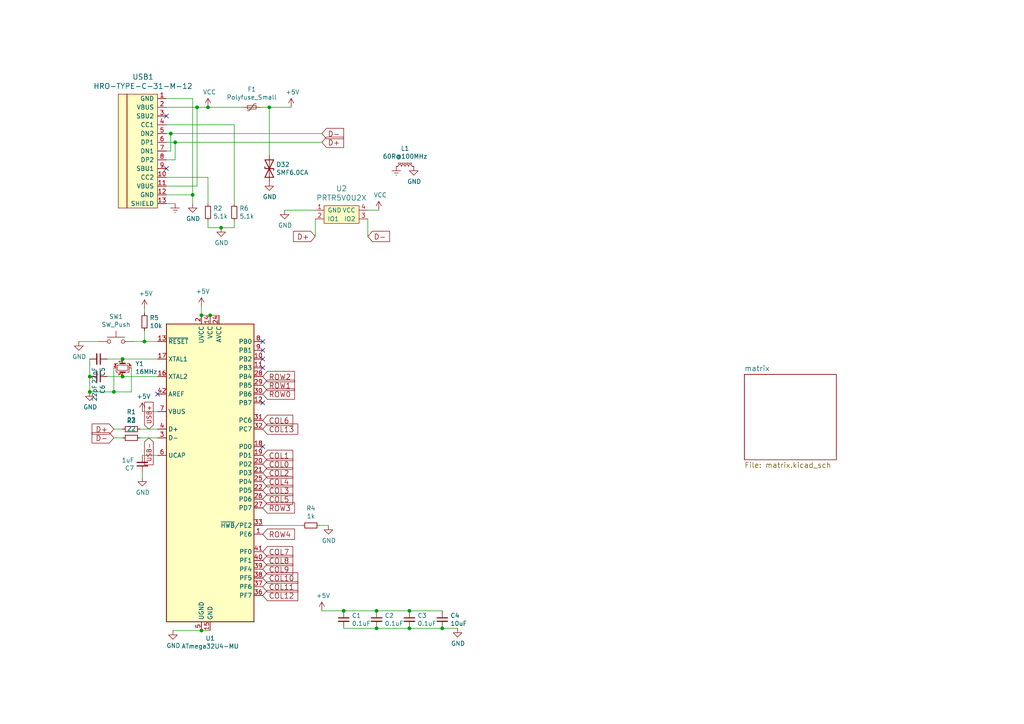
<source format=kicad_sch>
(kicad_sch (version 20230121) (generator eeschema)
  (paper "A4")
  (lib_symbols
    (symbol "Device:C_Small" (pin_numbers hide) (pin_names (offset 0.254) hide)
      (property "Reference" "C" (at 0.254 1.778 0))
      (property "Value" "C_Small" (at 0.254 -2.032 0))
      (symbol "C_Small_0_1"
        (polyline (pts (xy -1.524 -0.508) (xy 1.524 -0.508)) (stroke (width 0.3302)))
        (polyline (pts (xy -1.524 0.508) (xy 1.524 0.508)) (stroke (width 0.3048)))
      )
      (symbol "C_Small_1_1"
        (pin passive line (at 0 2.54 270) (length 2.032) (name "~") (number "1"))
        (pin passive line (at 0 -2.54 90) (length 2.032) (name "~") (number "2"))
      )
    )
    (symbol "Device:Crystal_GND24_Small" (pin_names (offset 1.016) hide)
      (property "Reference" "Y" (at 1.27 4.445 0))
      (property "Value" "Crystal_GND24_Small" (at 1.27 2.54 0))
      (symbol "Crystal_GND24_Small_0_1"
        (rectangle (start -0.762 -1.524) (end 0.762 1.524))
        (polyline (pts (xy -1.27 -0.762) (xy -1.27 0.762)) (stroke (width 0.381)))
        (polyline (pts (xy 1.27 -0.762) (xy 1.27 0.762)) (stroke (width 0.381)))
        (polyline (pts (xy -1.27 -1.27) (xy -1.27 -1.905) (xy 1.27 -1.905) (xy 1.27 -1.27)))
        (polyline (pts (xy -1.27 1.27) (xy -1.27 1.905) (xy 1.27 1.905) (xy 1.27 1.27)))
      )
      (symbol "Crystal_GND24_Small_1_1"
        (pin passive line (at -2.54 0 0) (length 1.27) (name "1") (number "1"))
        (pin passive line (at 0 -2.54 90) (length 0.635) (name "2") (number "2"))
        (pin passive line (at 2.54 0 180) (length 1.27) (name "3") (number "3"))
        (pin passive line (at 0 2.54 270) (length 0.635) (name "4") (number "4"))
      )
    )
    (symbol "Device:D_TVS" (pin_numbers hide) (pin_names (offset 1.016) hide)
      (property "Reference" "D" (at 0 2.54 0))
      (property "Value" "D_TVS" (at 0 -2.54 0))
      (symbol "D_TVS_0_1"
        (polyline (pts (xy 1.27 0) (xy -1.27 0)))
        (polyline (pts (xy 0.508 1.27) (xy 0 1.27) (xy 0 -1.27) (xy -0.508 -1.27)) (stroke (width 0.254)))
        (polyline (pts (xy -2.54 1.27) (xy -2.54 -1.27) (xy 2.54 1.27) (xy 2.54 -1.27) (xy -2.54 1.27)) (stroke (width 0.254)))
      )
      (symbol "D_TVS_1_1"
        (pin passive line (at -3.81 0 0) (length 2.54) (name "A1") (number "1"))
        (pin passive line (at 3.81 0 180) (length 2.54) (name "A2") (number "2"))
      )
    )
    (symbol "Device:Polyfuse_Small" (pin_numbers hide) (pin_names (offset 0))
      (property "Reference" "F" (at -1.905 0 90))
      (property "Value" "Polyfuse_Small" (at 1.905 0 90))
      (symbol "Polyfuse_Small_0_1"
        (rectangle (start -0.508 1.27) (end 0.508 -1.27))
        (polyline (pts (xy 0 2.54) (xy 0 -2.54)))
        (polyline (pts (xy -1.016 1.27) (xy -1.016 0.762) (xy 1.016 -0.762) (xy 1.016 -1.27)))
      )
      (symbol "Polyfuse_Small_1_1"
        (pin passive line (at 0 2.54 270) (length 0.635) (name "~") (number "1"))
        (pin passive line (at 0 -2.54 90) (length 0.635) (name "~") (number "2"))
      )
    )
    (symbol "Device:R_Small" (pin_numbers hide) (pin_names (offset 0.254) hide)
      (property "Reference" "R" (at 0.762 0.508 0))
      (property "Value" "R_Small" (at 0.762 -1.016 0))
      (symbol "R_Small_0_1"
        (rectangle (start -0.762 1.778) (end 0.762 -1.778) (stroke (width 0.2032)))
      )
      (symbol "R_Small_1_1"
        (pin passive line (at 0 2.54 270) (length 0.762) (name "~") (number "1"))
        (pin passive line (at 0 -2.54 90) (length 0.762) (name "~") (number "2"))
      )
    )
    (symbol "JP60-rescue:ATmega32U4-MU-MCU_Microchip_ATmega"
      (property "Reference" "U" (at -12.7 44.45 0))
      (property "Value" "ATmega32U4-MU-MCU_Microchip_ATmega" (at 2.54 -44.45 0))
      (symbol "ATmega32U4-MU-MCU_Microchip_ATmega_0_1"
        (rectangle (start -12.7 -43.18) (end 12.7 43.18) (stroke (width 0.254)) (fill (type background)))
      )
      (symbol "ATmega32U4-MU-MCU_Microchip_ATmega_1_1"
        (pin tri_state line (at 15.24 -17.78 180) (length 2.54) (name "PE6") (number "1"))
        (pin tri_state line (at 15.24 33.02 180) (length 2.54) (name "PB2") (number "10"))
        (pin tri_state line (at 15.24 30.48 180) (length 2.54) (name "PB3") (number "11"))
        (pin tri_state line (at 15.24 20.32 180) (length 2.54) (name "PB7") (number "12"))
        (pin input line (at -15.24 38.1 0) (length 2.54) (name "~{RESET}") (number "13"))
        (pin power_in line (at 0 45.72 270) (length 2.54) (name "VCC") (number "14"))
        (pin power_in line (at 0 -45.72 90) (length 2.54) (name "GND") (number "15"))
        (pin output line (at -15.24 27.94 0) (length 2.54) (name "XTAL2") (number "16"))
        (pin input line (at -15.24 33.02 0) (length 2.54) (name "XTAL1") (number "17"))
        (pin tri_state line (at 15.24 7.62 180) (length 2.54) (name "PD0") (number "18"))
        (pin tri_state line (at 15.24 5.08 180) (length 2.54) (name "PD1") (number "19"))
        (pin power_in line (at -2.54 45.72 270) (length 2.54) (name "UVCC") (number "2"))
        (pin tri_state line (at 15.24 2.54 180) (length 2.54) (name "PD2") (number "20"))
        (pin tri_state line (at 15.24 0 180) (length 2.54) (name "PD3") (number "21"))
        (pin tri_state line (at 15.24 -5.08 180) (length 2.54) (name "PD5") (number "22"))
        (pin passive line (at 0 -45.72 90) (length 2.54) hide (name "GND") (number "23"))
        (pin power_in line (at 2.54 45.72 270) (length 2.54) (name "AVCC") (number "24"))
        (pin tri_state line (at 15.24 -2.54 180) (length 2.54) (name "PD4") (number "25"))
        (pin tri_state line (at 15.24 -7.62 180) (length 2.54) (name "PD6") (number "26"))
        (pin tri_state line (at 15.24 -10.16 180) (length 2.54) (name "PD7") (number "27"))
        (pin tri_state line (at 15.24 27.94 180) (length 2.54) (name "PB4") (number "28"))
        (pin tri_state line (at 15.24 25.4 180) (length 2.54) (name "PB5") (number "29"))
        (pin bidirectional line (at -15.24 10.16 0) (length 2.54) (name "D-") (number "3"))
        (pin tri_state line (at 15.24 22.86 180) (length 2.54) (name "PB6") (number "30"))
        (pin tri_state line (at 15.24 15.24 180) (length 2.54) (name "PC6") (number "31"))
        (pin tri_state line (at 15.24 12.7 180) (length 2.54) (name "PC7") (number "32"))
        (pin tri_state line (at 15.24 -15.24 180) (length 2.54) (name "~{HWB}/PE2") (number "33"))
        (pin passive line (at 0 45.72 270) (length 2.54) hide (name "VCC") (number "34"))
        (pin passive line (at 0 -45.72 90) (length 2.54) hide (name "GND") (number "35"))
        (pin tri_state line (at 15.24 -35.56 180) (length 2.54) (name "PF7") (number "36"))
        (pin tri_state line (at 15.24 -33.02 180) (length 2.54) (name "PF6") (number "37"))
        (pin tri_state line (at 15.24 -30.48 180) (length 2.54) (name "PF5") (number "38"))
        (pin tri_state line (at 15.24 -27.94 180) (length 2.54) (name "PF4") (number "39"))
        (pin bidirectional line (at -15.24 12.7 0) (length 2.54) (name "D+") (number "4"))
        (pin tri_state line (at 15.24 -25.4 180) (length 2.54) (name "PF1") (number "40"))
        (pin tri_state line (at 15.24 -22.86 180) (length 2.54) (name "PF0") (number "41"))
        (pin passive line (at -15.24 22.86 0) (length 2.54) (name "AREF") (number "42"))
        (pin passive line (at 0 -45.72 90) (length 2.54) hide (name "GND") (number "43"))
        (pin passive line (at 2.54 45.72 270) (length 2.54) hide (name "AVCC") (number "44"))
        (pin passive line (at 0 -45.72 90) (length 2.54) hide (name "GND") (number "45"))
        (pin passive line (at -2.54 -45.72 90) (length 2.54) (name "UGND") (number "5"))
        (pin passive line (at -15.24 5.08 0) (length 2.54) (name "UCAP") (number "6"))
        (pin input line (at -15.24 17.78 0) (length 2.54) (name "VBUS") (number "7"))
        (pin tri_state line (at 15.24 38.1 180) (length 2.54) (name "PB0") (number "8"))
        (pin tri_state line (at 15.24 35.56 180) (length 2.54) (name "PB1") (number "9"))
      )
    )
    (symbol "JP60-rescue:HRO-TYPE-C-31-M-12-Type-C" (pin_names (offset 1.016))
      (property "Reference" "USB" (at -5.08 16.51 0))
      (property "Value" "HRO-TYPE-C-31-M-12-Type-C" (at -10.16 -1.27 90))
      (symbol "HRO-TYPE-C-31-M-12-Type-C_0_1"
        (rectangle (start -11.43 15.24) (end -8.89 -17.78) (fill (type background)))
        (rectangle (start 0 -17.78) (end -8.89 15.24) (fill (type background)))
      )
      (symbol "HRO-TYPE-C-31-M-12-Type-C_1_1"
        (pin input line (at 2.54 13.97 180) (length 2.54) (name "GND") (number "1"))
        (pin input line (at 2.54 -8.89 180) (length 2.54) (name "CC2") (number "10"))
        (pin input line (at 2.54 -11.43 180) (length 2.54) (name "VBUS") (number "11"))
        (pin input line (at 2.54 -13.97 180) (length 2.54) (name "GND") (number "12"))
        (pin input line (at 2.54 -16.51 180) (length 2.54) (name "SHIELD") (number "13"))
        (pin input line (at 2.54 11.43 180) (length 2.54) (name "VBUS") (number "2"))
        (pin input line (at 2.54 8.89 180) (length 2.54) (name "SBU2") (number "3"))
        (pin input line (at 2.54 6.35 180) (length 2.54) (name "CC1") (number "4"))
        (pin input line (at 2.54 3.81 180) (length 2.54) (name "DN2") (number "5"))
        (pin input line (at 2.54 1.27 180) (length 2.54) (name "DP1") (number "6"))
        (pin input line (at 2.54 -1.27 180) (length 2.54) (name "DN1") (number "7"))
        (pin input line (at 2.54 -3.81 180) (length 2.54) (name "DP2") (number "8"))
        (pin input line (at 2.54 -6.35 180) (length 2.54) (name "SBU1") (number "9"))
      )
    )
    (symbol "JP60-rescue:L_Core_Ferrite_Small-Device" (pin_numbers hide) (pin_names (offset 0.254) hide)
      (property "Reference" "L" (at 1.27 1.016 0))
      (property "Value" "Device_L_Core_Ferrite_Small" (at 1.27 -1.27 0))
      (symbol "L_Core_Ferrite_Small-Device_0_1"
        (arc (start 0 -2.032) (mid 0.5058 -1.524) (end 0 -1.016))
        (arc (start 0 -1.016) (mid 0.5058 -0.508) (end 0 0))
        (polyline (pts (xy 0.762 -1.905) (xy 0.762 -1.651)))
        (polyline (pts (xy 0.762 -1.397) (xy 0.762 -1.143)))
        (polyline (pts (xy 0.762 -0.889) (xy 0.762 -0.635)))
        (polyline (pts (xy 0.762 -0.381) (xy 0.762 -0.127)))
        (polyline (pts (xy 0.762 0.127) (xy 0.762 0.381)))
        (polyline (pts (xy 0.762 0.635) (xy 0.762 0.889)))
        (polyline (pts (xy 0.762 1.143) (xy 0.762 1.397)))
        (polyline (pts (xy 0.762 1.651) (xy 0.762 1.905)))
        (polyline (pts (xy 1.016 -1.651) (xy 1.016 -1.905)))
        (polyline (pts (xy 1.016 -1.143) (xy 1.016 -1.397)))
        (polyline (pts (xy 1.016 -0.635) (xy 1.016 -0.889)))
        (polyline (pts (xy 1.016 -0.127) (xy 1.016 -0.381)))
        (polyline (pts (xy 1.016 0.381) (xy 1.016 0.127)))
        (polyline (pts (xy 1.016 0.889) (xy 1.016 0.635)))
        (polyline (pts (xy 1.016 1.397) (xy 1.016 1.143)))
        (polyline (pts (xy 1.016 1.905) (xy 1.016 1.651)))
        (arc (start 0 0) (mid 0.5058 0.508) (end 0 1.016))
        (arc (start 0 1.016) (mid 0.5058 1.524) (end 0 2.032))
      )
      (symbol "L_Core_Ferrite_Small-Device_1_1"
        (pin passive line (at 0 2.54 270) (length 0.508) (name "~") (number "1"))
        (pin passive line (at 0 -2.54 90) (length 0.508) (name "~") (number "2"))
      )
    )
    (symbol "Switch:SW_Push" (pin_numbers hide) (pin_names (offset 1.016) hide)
      (property "Reference" "SW" (at 1.27 2.54 0))
      (property "Value" "SW_Push" (at 0 -1.524 0))
      (symbol "SW_Push_0_1"
        (circle (center -2.032 0) (radius 0.508))
        (polyline (pts (xy 0 1.27) (xy 0 3.048)))
        (polyline (pts (xy 2.54 1.27) (xy -2.54 1.27)))
        (circle (center 2.032 0) (radius 0.508))
        (pin passive line (at -5.08 0 0) (length 2.54) (name "1") (number "1"))
        (pin passive line (at 5.08 0 180) (length 2.54) (name "2") (number "2"))
      )
    )
    (symbol "ai03-locallib:PRTR5V0U2X" (pin_names (offset 1.016))
      (property "Reference" "U" (at 0 3.81 0))
      (property "Value" "PRTR5V0U2X" (at 0 -3.81 0))
      (symbol "PRTR5V0U2X_0_1"
        (rectangle (start -5.08 2.54) (end 5.08 -2.54) (fill (type background)))
      )
      (symbol "PRTR5V0U2X_1_1"
        (pin input line (at -7.62 1.27 0) (length 2.54) (name "GND") (number "1"))
        (pin input line (at -7.62 -1.27 0) (length 2.54) (name "IO1") (number "2"))
        (pin input line (at 7.62 -1.27 180) (length 2.54) (name "IO2") (number "3"))
        (pin input line (at 7.62 1.27 180) (length 2.54) (name "VCC") (number "4"))
      )
    )
    (symbol "power:+5V" (power) (pin_names (offset 0))
      (property "Value" "+5V" (at 0 3.556 0))
      (symbol "+5V_0_1"
        (polyline (pts (xy -0.762 1.27) (xy 0 2.54)))
        (polyline (pts (xy 0 0) (xy 0 2.54)))
        (polyline (pts (xy 0 2.54) (xy 0.762 1.27)))
      )
      (symbol "+5V_1_1"
        (pin power_in line (at 0 0 90) (length 0) hide (name "+5V") (number "1"))
      )
    )
    (symbol "power:Earth" (power) (pin_names (offset 0))
      (symbol "Earth_0_1"
        (polyline (pts (xy -0.635 -1.905) (xy 0.635 -1.905)))
        (polyline (pts (xy -0.127 -2.54) (xy 0.127 -2.54)))
        (polyline (pts (xy 0 -1.27) (xy 0 0)))
        (polyline (pts (xy 1.27 -1.27) (xy -1.27 -1.27)))
      )
      (symbol "Earth_1_1"
        (pin power_in line (at 0 0 270) (length 0) hide (name "Earth") (number "1"))
      )
    )
    (symbol "power:GND" (power) (pin_names (offset 0))
      (property "Value" "GND" (at 0 -3.81 0))
      (symbol "GND_0_1"
        (polyline (pts (xy 0 0) (xy 0 -1.27) (xy 1.27 -1.27) (xy 0 -2.54) (xy -1.27 -1.27) (xy 0 -1.27)))
      )
      (symbol "GND_1_1"
        (pin power_in line (at 0 0 270) (length 0) hide (name "GND") (number "1"))
      )
    )
    (symbol "power:VCC" (power) (pin_names (offset 0))
      (property "Value" "VCC" (at 0 3.81 0))
      (symbol "VCC_0_1"
        (polyline (pts (xy -0.762 1.27) (xy 0 2.54)))
        (polyline (pts (xy 0 0) (xy 0 2.54)))
        (polyline (pts (xy 0 2.54) (xy 0.762 1.27)))
      )
      (symbol "VCC_1_1"
        (pin power_in line (at 0 0 90) (length 0) hide (name "VCC") (number "1"))
      )
    )
  )
  (junction (at 49.53 38.735))
  (junction (at 57.15 31.115))
  (junction (at 41.91 99.06))
  (junction (at 58.42 182.88))
  (junction (at 118.745 182.245))
  (junction (at 55.88 56.515))
  (junction (at 78.105 31.115))
  (junction (at 64.135 66.04))
  (junction (at 99.695 177.165))
  (junction (at 35.56 104.14))
  (junction (at 33.02 113.665))
  (junction (at 58.42 91.44))
  (junction (at 128.27 182.245))
  (junction (at 118.745 177.165))
  (junction (at 35.56 109.22))
  (junction (at 50.8 41.275))
  (junction (at 109.22 177.165))
  (junction (at 109.22 182.245))
  (junction (at 60.325 31.115))
  (junction (at 60.96 91.44))
  (junction (at 26.035 109.22))
  (junction (at 26.035 113.665))
  (no_connect (at 76.2 129.54))
  (no_connect (at 76.2 104.14))
  (no_connect (at 48.26 48.895))
  (no_connect (at 48.26 33.655))
  (no_connect (at 45.72 114.3))
  (no_connect (at 76.2 101.6))
  (no_connect (at 76.2 106.68))
  (no_connect (at 76.2 116.84))
  (no_connect (at 76.2 99.06))
  (wire (pts (xy 78.105 31.115) (xy 84.455 31.115)))
  (wire (pts (xy 41.91 89.535) (xy 41.91 90.805)))
  (wire (pts (xy 49.53 38.735) (xy 93.345 38.735)))
  (wire (pts (xy 49.53 38.735) (xy 49.53 43.815)))
  (wire (pts (xy 41.275 132.08) (xy 45.72 132.08)))
  (wire (pts (xy 55.88 59.055) (xy 55.88 56.515)))
  (wire (pts (xy 41.275 138.43) (xy 41.275 137.16)))
  (wire (pts (xy 106.68 68.58) (xy 106.68 63.5)))
  (wire (pts (xy 33.02 127) (xy 35.56 127)))
  (wire (pts (xy 60.96 182.88) (xy 58.42 182.88)))
  (wire (pts (xy 67.945 59.055) (xy 67.945 36.195)))
  (wire (pts (xy 78.105 45.085) (xy 78.105 31.115)))
  (wire (pts (xy 26.035 104.14) (xy 26.035 109.22)))
  (wire (pts (xy 48.26 28.575) (xy 55.88 28.575)))
  (wire (pts (xy 95.25 152.4) (xy 92.71 152.4)))
  (wire (pts (xy 45.72 104.14) (xy 35.56 104.14)))
  (wire (pts (xy 109.22 177.165) (xy 118.745 177.165)))
  (wire (pts (xy 58.42 91.44) (xy 60.96 91.44)))
  (wire (pts (xy 50.165 182.88) (xy 58.42 182.88)))
  (wire (pts (xy 109.22 182.245) (xy 118.745 182.245)))
  (wire (pts (xy 55.88 56.515) (xy 48.26 56.515)))
  (wire (pts (xy 118.745 177.165) (xy 128.27 177.165)))
  (wire (pts (xy 67.945 36.195) (xy 48.26 36.195)))
  (wire (pts (xy 22.86 99.06) (xy 28.575 99.06)))
  (wire (pts (xy 41.91 99.06) (xy 38.735 99.06)))
  (wire (pts (xy 67.945 66.04) (xy 67.945 64.135)))
  (wire (pts (xy 87.63 152.4) (xy 76.2 152.4)))
  (wire (pts (xy 128.27 182.245) (xy 132.715 182.245)))
  (wire (pts (xy 109.855 60.96) (xy 106.68 60.96)))
  (wire (pts (xy 60.325 66.04) (xy 60.325 64.135)))
  (wire (pts (xy 38.1 106.68) (xy 38.1 113.665)))
  (wire (pts (xy 50.8 59.055) (xy 48.26 59.055)))
  (wire (pts (xy 48.26 38.735) (xy 49.53 38.735)))
  (wire (pts (xy 91.44 68.58) (xy 91.44 63.5)))
  (wire (pts (xy 60.325 59.055) (xy 60.325 51.435)))
  (wire (pts (xy 118.745 182.245) (xy 128.27 182.245)))
  (wire (pts (xy 41.91 95.885) (xy 41.91 99.06)))
  (wire (pts (xy 26.035 109.22) (xy 26.035 113.665)))
  (wire (pts (xy 58.42 88.9) (xy 58.42 91.44)))
  (wire (pts (xy 60.325 51.435) (xy 48.26 51.435)))
  (wire (pts (xy 63.5 91.44) (xy 60.96 91.44)))
  (wire (pts (xy 57.15 53.975) (xy 48.26 53.975)))
  (wire (pts (xy 38.1 113.665) (xy 33.02 113.665)))
  (wire (pts (xy 50.8 46.355) (xy 50.8 41.275)))
  (wire (pts (xy 75.565 31.115) (xy 78.105 31.115)))
  (wire (pts (xy 64.135 66.04) (xy 60.325 66.04)))
  (wire (pts (xy 35.56 104.14) (xy 31.115 104.14)))
  (wire (pts (xy 99.695 182.245) (xy 109.22 182.245)))
  (wire (pts (xy 35.56 109.22) (xy 45.72 109.22)))
  (wire (pts (xy 48.26 46.355) (xy 50.8 46.355)))
  (wire (pts (xy 41.91 99.06) (xy 45.72 99.06)))
  (wire (pts (xy 49.53 43.815) (xy 48.26 43.815)))
  (wire (pts (xy 55.88 28.575) (xy 55.88 56.515)))
  (wire (pts (xy 57.15 31.115) (xy 60.325 31.115)))
  (wire (pts (xy 41.275 119.38) (xy 45.72 119.38)))
  (wire (pts (xy 60.325 31.115) (xy 70.485 31.115)))
  (wire (pts (xy 99.695 177.165) (xy 109.22 177.165)))
  (wire (pts (xy 31.115 109.22) (xy 35.56 109.22)))
  (wire (pts (xy 33.02 124.46) (xy 35.56 124.46)))
  (wire (pts (xy 50.8 41.275) (xy 48.26 41.275)))
  (wire (pts (xy 26.035 113.665) (xy 33.02 113.665)))
  (wire (pts (xy 50.8 41.275) (xy 93.345 41.275)))
  (wire (pts (xy 57.15 31.115) (xy 57.15 53.975)))
  (wire (pts (xy 64.135 66.04) (xy 67.945 66.04)))
  (wire (pts (xy 33.02 113.665) (xy 33.02 106.68)))
  (wire (pts (xy 82.55 60.96) (xy 91.44 60.96)))
  (wire (pts (xy 48.26 31.115) (xy 57.15 31.115)))
  (wire (pts (xy 40.64 127) (xy 45.72 127)))
  (wire (pts (xy 45.72 124.46) (xy 40.64 124.46)))
  (wire (pts (xy 93.345 177.165) (xy 99.695 177.165)))
  (global_label "ROW0" (shape input) (at 76.2 114.3 0) (effects (font (size 1.524 1.524))) (property "Intersheetrefs" "${INTERSHEET_REFS}" (effects hide)))
  (global_label "COL0" (shape input) (at 76.2 134.62 0) (effects (font (size 1.524 1.524))) (property "Intersheetrefs" "${INTERSHEET_REFS}" (effects hide)))
  (global_label "COL5" (shape input) (at 76.2 144.78 0) (effects (font (size 1.524 1.524))) (property "Intersheetrefs" "${INTERSHEET_REFS}" (effects hide)))
  (global_label "D+" (shape input) (at 93.345 41.275 0) (effects (font (size 1.524 1.524))) (property "Intersheetrefs" "${INTERSHEET_REFS}" (effects hide)))
  (global_label "ROW4" (shape input) (at 76.2 154.94 0) (effects (font (size 1.524 1.524))) (property "Intersheetrefs" "${INTERSHEET_REFS}" (effects hide)))
  (global_label "D+" (shape input) (at 33.02 124.46 180) (effects (font (size 1.524 1.524))) (property "Intersheetrefs" "${INTERSHEET_REFS}" (effects hide)))
  (global_label "D-" (shape input) (at 93.345 38.735 0) (effects (font (size 1.524 1.524))) (property "Intersheetrefs" "${INTERSHEET_REFS}" (effects hide)))
  (global_label "D-" (shape input) (at 33.02 127 180) (effects (font (size 1.524 1.524))) (property "Intersheetrefs" "${INTERSHEET_REFS}" (effects hide)))
  (global_label "COL2" (shape input) (at 76.2 137.16 0) (effects (font (size 1.524 1.524))) (property "Intersheetrefs" "${INTERSHEET_REFS}" (effects hide)))
  (global_label "COL8" (shape input) (at 76.2 162.56 0) (effects (font (size 1.524 1.524))) (property "Intersheetrefs" "${INTERSHEET_REFS}" (effects hide)))
  (global_label "D-" (shape input) (at 106.68 68.58 0) (effects (font (size 1.524 1.524))) (property "Intersheetrefs" "${INTERSHEET_REFS}" (effects hide)))
  (global_label "COL11" (shape input) (at 76.2 170.18 0) (effects (font (size 1.524 1.524))) (property "Intersheetrefs" "${INTERSHEET_REFS}" (effects hide)))
  (global_label "ROW1" (shape input) (at 76.2 111.76 0) (effects (font (size 1.524 1.524))) (property "Intersheetrefs" "${INTERSHEET_REFS}" (effects hide)))
  (global_label "D+" (shape input) (at 91.44 68.58 180) (effects (font (size 1.524 1.524))) (property "Intersheetrefs" "${INTERSHEET_REFS}" (effects hide)))
  (global_label "USB-" (shape input) (at 43.18 127 270) (property "Intersheetrefs" "${INTERSHEET_REFS}" (effects hide)))
  (global_label "COL13" (shape input) (at 76.2 124.46 0) (effects (font (size 1.524 1.524))) (property "Intersheetrefs" "${INTERSHEET_REFS}" (effects hide)))
  (global_label "COL7" (shape input) (at 76.2 160.02 0) (effects (font (size 1.524 1.524))) (property "Intersheetrefs" "${INTERSHEET_REFS}" (effects hide)))
  (global_label "ROW2" (shape input) (at 76.2 109.22 0) (effects (font (size 1.524 1.524))) (property "Intersheetrefs" "${INTERSHEET_REFS}" (effects hide)))
  (global_label "ROW3" (shape input) (at 76.2 147.32 0) (effects (font (size 1.524 1.524))) (property "Intersheetrefs" "${INTERSHEET_REFS}" (effects hide)))
  (global_label "COL10" (shape input) (at 76.2 167.64 0) (effects (font (size 1.524 1.524))) (property "Intersheetrefs" "${INTERSHEET_REFS}" (effects hide)))
  (global_label "COL4" (shape input) (at 76.2 139.7 0) (effects (font (size 1.524 1.524))) (property "Intersheetrefs" "${INTERSHEET_REFS}" (effects hide)))
  (global_label "COL6" (shape input) (at 76.2 121.92 0) (effects (font (size 1.524 1.524))) (property "Intersheetrefs" "${INTERSHEET_REFS}" (effects hide)))
  (global_label "COL12" (shape input) (at 76.2 172.72 0) (effects (font (size 1.524 1.524))) (property "Intersheetrefs" "${INTERSHEET_REFS}" (effects hide)))
  (global_label "COL3" (shape input) (at 76.2 142.24 0) (effects (font (size 1.524 1.524))) (property "Intersheetrefs" "${INTERSHEET_REFS}" (effects hide)))
  (global_label "USB+" (shape input) (at 43.18 124.46 90) (property "Intersheetrefs" "${INTERSHEET_REFS}" (effects hide)))
  (global_label "COL1" (shape input) (at 76.2 132.08 0) (effects (font (size 1.524 1.524))) (property "Intersheetrefs" "${INTERSHEET_REFS}" (effects hide)))
  (global_label "COL9" (shape input) (at 76.2 165.1 0) (effects (font (size 1.524 1.524))) (property "Intersheetrefs" "${INTERSHEET_REFS}" (effects hide)))
  (symbol (lib_id "Device:C_Small") (at 99.695 179.705 0) (unit 1)
    (property "Reference" "C1" (at 102.0318 178.5366 0) (effects (justify left)))
    (property "Value" "0.1uF" (at 102.0318 180.848 0) (effects (justify left)))
    (property "Footprint" "Capacitor_SMD:C_0603_1608Metric" (effects hide))
  )
  (symbol (lib_id "power:+5V") (at 84.455 31.115 0) (unit 1)
    (property "Reference" "#PWR0103" (effects hide))
    (property "Value" "+5V" (at 84.836 26.7208 0))
  )
  (symbol (lib_id "Device:C_Small") (at 109.22 179.705 0) (unit 1)
    (property "Reference" "C2" (at 111.5568 178.5366 0) (effects (justify left)))
    (property "Value" "0.1uF" (at 111.5568 180.848 0) (effects (justify left)))
    (property "Footprint" "Capacitor_SMD:C_0603_1608Metric" (effects hide))
  )
  (symbol (lib_id "Device:C_Small") (at 118.745 179.705 0) (unit 1)
    (property "Reference" "C3" (at 121.0818 178.5366 0) (effects (justify left)))
    (property "Value" "0.1uF" (at 121.0818 180.848 0) (effects (justify left)))
    (property "Footprint" "Capacitor_SMD:C_0603_1608Metric" (effects hide))
  )
  (symbol (lib_id "Device:C_Small") (at 128.27 179.705 0) (unit 1)
    (property "Reference" "C4" (at 130.6068 178.5366 0) (effects (justify left)))
    (property "Value" "10uF" (at 130.6068 180.848 0) (effects (justify left)))
    (property "Footprint" "Capacitor_SMD:C_0603_1608Metric" (effects hide))
  )
  (symbol (lib_id "power:GND") (at 132.715 182.245 0) (unit 1)
    (property "Reference" "#PWR0101" (effects hide))
    (property "Value" "GND" (at 132.842 186.6392 0))
  )
  (symbol (lib_id "Device:Crystal_GND24_Small") (at 35.56 106.68 270) (unit 1)
    (property "Reference" "Y1" (at 39.2176 105.5116 90) (effects (justify left)))
    (property "Value" "16MHz" (at 39.2176 107.823 90) (effects (justify left)))
    (property "Footprint" "Crystal:Crystal_SMD_3225-4Pin_3.2x2.5mm" (effects hide))
  )
  (symbol (lib_id "Device:C_Small") (at 28.575 104.14 270) (unit 1)
    (property "Reference" "C5" (at 29.7434 106.4768 0) (effects (justify left)))
    (property "Value" "22pF" (at 27.432 106.4768 0) (effects (justify left)))
    (property "Footprint" "Capacitor_SMD:C_0603_1608Metric" (effects hide))
  )
  (symbol (lib_id "Device:C_Small") (at 28.575 109.22 270) (unit 1)
    (property "Reference" "C6" (at 29.7434 111.5568 0) (effects (justify left)))
    (property "Value" "22pF" (at 27.432 111.5568 0) (effects (justify left)))
    (property "Footprint" "Capacitor_SMD:C_0603_1608Metric" (effects hide))
  )
  (symbol (lib_id "power:GND") (at 26.035 113.665 0) (unit 1)
    (property "Reference" "#PWR0102" (effects hide))
    (property "Value" "GND" (at 26.162 118.0592 0))
  )
  (symbol (lib_id "power:+5V") (at 41.275 119.38 0) (unit 1)
    (property "Reference" "#PWR0105" (effects hide))
    (property "Value" "+5V" (at 41.656 114.9858 0))
  )
  (symbol (lib_id "Device:R_Small") (at 38.1 124.46 270) (unit 1)
    (property "Reference" "R1" (at 38.1 119.4816 90))
    (property "Value" "22" (at 38.1 121.793 90))
    (property "Footprint" "Resistor_SMD:R_0603_1608Metric" (effects hide))
  )
  (symbol (lib_id "Device:R_Small") (at 38.1 127 270) (unit 1)
    (property "Reference" "R3" (at 38.1 122.0216 90))
    (property "Value" "22" (at 38.1 124.333 90))
    (property "Footprint" "Resistor_SMD:R_0603_1608Metric" (effects hide))
  )
  (symbol (lib_id "Device:C_Small") (at 41.275 134.62 180) (unit 1)
    (property "Reference" "C7" (at 38.9382 135.7884 0) (effects (justify left)))
    (property "Value" "1uF" (at 38.9382 133.477 0) (effects (justify left)))
    (property "Footprint" "Capacitor_SMD:C_0603_1608Metric" (effects hide))
  )
  (symbol (lib_id "power:GND") (at 41.275 138.43 0) (unit 1)
    (property "Reference" "#PWR0106" (effects hide))
    (property "Value" "GND" (at 41.402 142.8242 0))
  )
  (symbol (lib_id "power:GND") (at 50.165 182.88 0) (unit 1)
    (property "Reference" "#PWR0108" (effects hide))
    (property "Value" "GND" (at 50.292 187.2742 0))
  )
  (symbol (lib_id "power:+5V") (at 58.42 88.9 0) (unit 1)
    (property "Reference" "#PWR0109" (effects hide))
    (property "Value" "+5V" (at 58.801 84.5058 0))
  )
  (symbol (lib_id "Device:R_Small") (at 90.17 152.4 270) (unit 1)
    (property "Reference" "R4" (at 90.17 147.4216 90))
    (property "Value" "1k" (at 90.17 149.733 90))
    (property "Footprint" "Resistor_SMD:R_0603_1608Metric" (effects hide))
  )
  (symbol (lib_id "power:GND") (at 95.25 152.4 0) (unit 1)
    (property "Reference" "#PWR0110" (effects hide))
    (property "Value" "GND" (at 95.377 156.7942 0))
  )
  (symbol (lib_id "power:+5V") (at 93.345 177.165 0) (unit 1)
    (property "Reference" "#PWR0111" (effects hide))
    (property "Value" "+5V" (at 93.726 172.7708 0))
  )
  (symbol (lib_id "JP60-rescue:ATmega32U4-MU-MCU_Microchip_ATmega") (at 60.96 137.16 0) (unit 1)
    (property "Reference" "U1" (at 60.96 185.1406 0))
    (property "Value" "ATmega32U4-MU" (at 60.96 187.452 0))
    (property "Footprint" "Package_DFN_QFN:QFN-44-1EP_7x7mm_P0.5mm_EP5.2x5.2mm" (effects hide))
    (property "Datasheet" "http://ww1.microchip.com/downloads/en/DeviceDoc/Atmel-7766-8-bit-AVR-ATmega16U4-32U4_Datasheet.pdf" (effects hide))
  )
  (symbol (lib_id "Switch:SW_Push") (at 33.655 99.06 0) (unit 1)
    (property "Reference" "SW1" (at 33.655 91.821 0))
    (property "Value" "SW_Push" (at 33.655 94.1324 0))
    (property "Footprint" "Button_Switch_SMD:SW_SPST_TL3342" (effects hide))
  )
  (symbol (lib_id "Device:R_Small") (at 41.91 93.345 180) (unit 1)
    (property "Reference" "R5" (at 43.4086 92.1766 0) (effects (justify right)))
    (property "Value" "10k" (at 43.4086 94.488 0) (effects (justify right)))
    (property "Footprint" "Resistor_SMD:R_0603_1608Metric" (effects hide))
  )
  (symbol (lib_id "power:+5V") (at 41.91 89.535 0) (unit 1)
    (property "Reference" "#PWR0107" (effects hide))
    (property "Value" "+5V" (at 42.291 85.1408 0))
  )
  (symbol (lib_id "power:GND") (at 22.86 99.06 0) (unit 1)
    (property "Reference" "#PWR0112" (effects hide))
    (property "Value" "GND" (at 22.987 103.4542 0))
  )
  (symbol (lib_id "JP60-rescue:HRO-TYPE-C-31-M-12-Type-C") (at 45.72 42.545 0) (unit 1)
    (property "Reference" "USB1" (at 41.4782 22.3012 0) (effects (font (size 1.524 1.524))))
    (property "Value" "HRO-TYPE-C-31-M-12" (at 41.4782 24.9936 0) (effects (font (size 1.524 1.524))))
    (property "Footprint" "Type-C.pretty-master:HRO-TYPE-C-31-M-12-Assembly" (effects hide))
  )
  (symbol (lib_id "ai03-locallib:PRTR5V0U2X") (at 99.06 62.23 0) (unit 1)
    (property "Reference" "U2" (at 99.06 54.6862 0) (effects (font (size 1.524 1.524))))
    (property "Value" "PRTR5V0U2X" (at 99.06 57.3786 0) (effects (font (size 1.524 1.524))))
    (property "Footprint" "random-keyboard-parts.pretty-master:SOT143B" (effects hide))
  )
  (symbol (lib_id "power:Earth") (at 50.8 59.055 0) (unit 1)
    (property "Reference" "#PWR0104" (effects hide))
    (property "Value" "Earth" (effects hide))
  )
  (symbol (lib_id "power:GND") (at 55.88 59.055 0) (unit 1)
    (property "Reference" "#PWR0113" (effects hide))
    (property "Value" "GND" (at 56.007 63.4492 0))
  )
  (symbol (lib_id "Device:Polyfuse_Small") (at 73.025 31.115 270) (unit 1)
    (property "Reference" "F1" (at 73.025 25.908 90))
    (property "Value" "Polyfuse_Small" (at 73.025 28.2194 90))
    (property "Footprint" "Fuse:Fuse_1206_3216Metric" (effects hide))
  )
  (symbol (lib_id "power:VCC") (at 60.325 31.115 0) (unit 1)
    (property "Reference" "#PWR0114" (effects hide))
    (property "Value" "VCC" (at 60.7568 26.7208 0))
  )
  (symbol (lib_id "Device:R_Small") (at 60.325 61.595 180) (unit 1)
    (property "Reference" "R2" (at 61.8236 60.4266 0) (effects (justify right)))
    (property "Value" "5.1k" (at 61.8236 62.738 0) (effects (justify right)))
    (property "Footprint" "Resistor_SMD:R_0603_1608Metric" (effects hide))
  )
  (symbol (lib_id "Device:R_Small") (at 67.945 61.595 180) (unit 1)
    (property "Reference" "R6" (at 69.4436 60.4266 0) (effects (justify right)))
    (property "Value" "5.1k" (at 69.4436 62.738 0) (effects (justify right)))
    (property "Footprint" "Resistor_SMD:R_0603_1608Metric" (effects hide))
  )
  (symbol (lib_id "Device:D_TVS") (at 78.105 48.895 90) (unit 1)
    (property "Reference" "D32" (at 80.1116 47.7266 90) (effects (justify right)))
    (property "Value" "SMF6.0CA" (at 80.1116 50.038 90) (effects (justify right)))
    (property "Footprint" "Diode_SMD:D_SOD-123" (effects hide))
  )
  (symbol (lib_id "power:GND") (at 64.135 66.04 0) (unit 1)
    (property "Reference" "#PWR0115" (effects hide))
    (property "Value" "GND" (at 64.262 70.4342 0))
  )
  (symbol (lib_id "power:GND") (at 78.105 52.705 0) (unit 1)
    (property "Reference" "#PWR0120" (effects hide))
    (property "Value" "GND" (at 78.232 57.0992 0))
  )
  (symbol (lib_id "power:GND") (at 82.55 60.96 0) (unit 1)
    (property "Reference" "#PWR0116" (effects hide))
    (property "Value" "GND" (at 82.677 65.3542 0))
  )
  (symbol (lib_id "power:VCC") (at 109.855 60.96 0) (unit 1)
    (property "Reference" "#PWR0117" (effects hide))
    (property "Value" "VCC" (at 110.2868 56.5658 0))
  )
  (symbol (lib_id "JP60-rescue:L_Core_Ferrite_Small-Device") (at 117.475 48.26 90) (unit 1)
    (property "Reference" "L1" (at 117.475 43.053 90))
    (property "Value" "60R@100MHz" (at 117.475 45.3644 90))
    (property "Footprint" "Inductor_SMD:L_1206_3216Metric" (effects hide))
  )
  (symbol (lib_id "power:Earth") (at 114.935 48.26 0) (unit 1)
    (property "Reference" "#PWR0118" (effects hide))
    (property "Value" "Earth" (effects hide))
  )
  (symbol (lib_id "power:GND") (at 120.015 48.26 0) (unit 1)
    (property "Reference" "#PWR0119" (effects hide))
    (property "Value" "GND" (at 120.142 52.6542 0))
  )
  (sheet (at 215.9 108.585) (size 26.67 24.765)
    (property "Sheetname" "matrix" (at 215.9 107.7464 0) (effects (font (size 1.524 1.524)) (justify left bottom)))
    (property "Sheetfile" "matrix.kicad_sch" (at 215.9 134.0362 0) (effects (font (size 1.524 1.524)) (justify left top)))
  )
)
</source>
